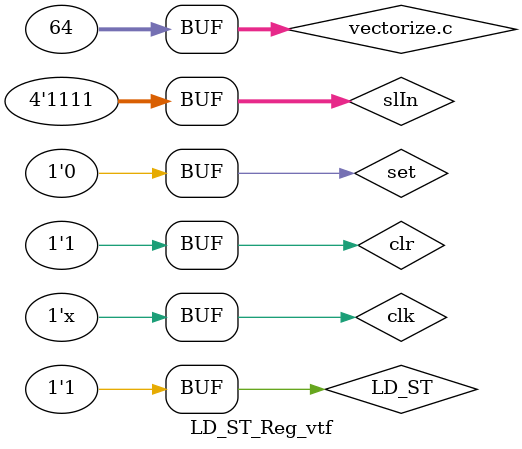
<source format=v>
`timescale 1ns / 1ps


module LD_ST_Reg_vtf;

	// Inputs
	reg [3:0] slIn;
	reg LD_ST, set, clr, clk;

	// Outputs
	wire [3:0] slOut;
	reg [3:0] slOut_tc;
	reg [3:0] prevOut;
	reg error;

	// Instantiate the Unit Under Test (UUT)
	LD_ST_Reg uut (
		.slOut(slOut), 
		.slIn(slIn), 
		.LD_ST(LD_ST), 
		.set(set), 
		.clr(clr), 
		.clk(clk)
	);

	initial begin
		// Initialize Inputs
		slIn = 0;
		LD_ST = 0;
		set = 0;
		clr = 0;
		clk = 0;
		prevOut = 0;
		error = 0;
		// Wait 100 ns for global reset to finish
		#100;
        
		// Add stimulus here

	end
	
	always
	begin
		#10 clk = ~clk;
	end
	
	always
	begin: vectorize
		integer c;
		for(c=0; c< 64; c=c+1)
		begin: count
			#20 clr <= ~((~c[5]&~c[4]&c[3]&c[2]) | (~c[5]&c[4]&c[3]&c[2]) | (c[5]&c[4]&~c[3]&c[2]) | (~c[5]&~c[4]&~c[3]&~c[2]&c[1]&~c[0]) | (~c[5]&~c[4]&~c[3]&c[2]&c[1]&c[0]));
			set <= ~ ((~c[5]&~c[4]&c[3]&c[2]) | (~c[5]&~c[4]&c[3]&c[2]) | (c[5] &c[4]&c[3]&c[2]) | (c[5] & ~c[4] & ~c[3] & c[2])| (~c[5]&~c[4]&~c[3]&~c[2]&c[1]&c[0]));
			LD_ST <= c[4];
			slIn <= c[3:0];
		end
	end
	
	always @(posedge clk)
	begin

		case({LD_ST, clr, set})
			3'b000: slOut_tc = 4'b0000;
			3'b000: slOut_tc = 4'b0000;
			3'b001: slOut_tc = 4'b0000;
			3'b001: slOut_tc = 4'b0000;
			3'b010: slOut_tc = 4'b1111;
			3'b010: slOut_tc = 4'b1111;
			3'b011: slOut_tc = prevOut;
			3'b011: slOut_tc = prevOut;
			3'b100: slOut_tc = 4'b0000;
			3'b100: slOut_tc = 4'b0000;
			3'b101: slOut_tc = 4'b0000;
			3'b101: slOut_tc = 4'b0000;
			3'b110: slOut_tc = 4'b1111;
			3'b110: slOut_tc = 4'b1111;
			3'b111: slOut_tc = slIn;
			3'b111: slOut_tc = slIn;
			default: slOut_tc = 4'bZZZZ;
		endcase
		
		#1 if(slOut_tc == slOut) error = 0;
		else error = 1;
		#1 prevOut = slOut_tc;
	end
      
endmodule


</source>
